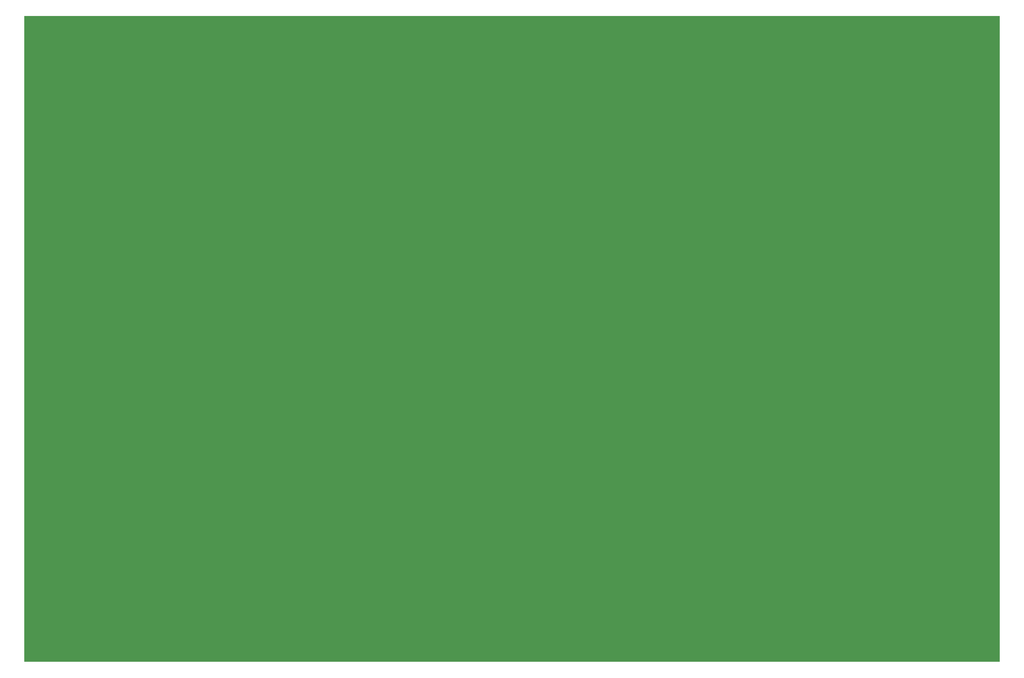
<source format=gbs>
G04 ===== Begin FILE IDENTIFICATION =====*
G04 File Format:  Gerber RS274X*
G04 ===== End FILE IDENTIFICATION =====*
%FSLAX66Y66*%
%MOIN*%
%SFA1.0000B1.0000*%
%OFA0.0B0.0*%
%ADD14R,12.598425X8.346457*%
%LNdiel*%
%IPPOS*%
%LPD*%
G75*
D14*
X5905512Y3838583D03*
M02*


</source>
